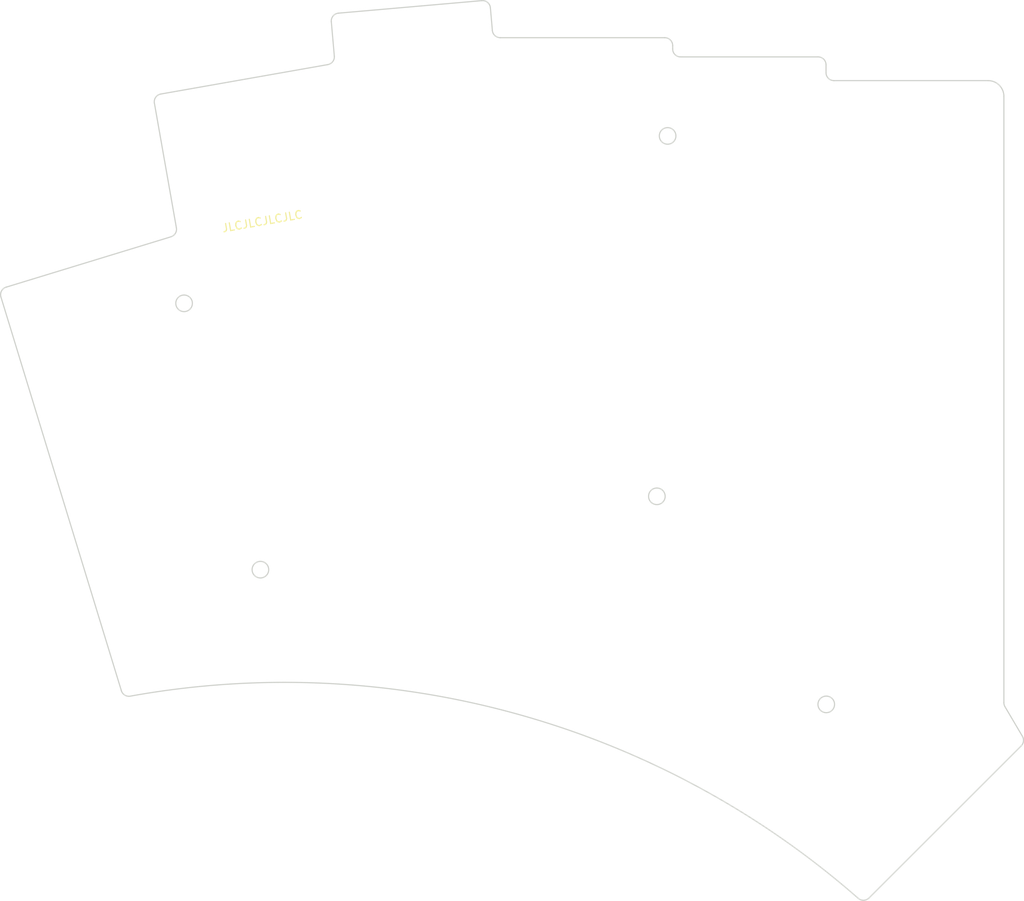
<source format=kicad_pcb>
(kicad_pcb (version 20221018) (generator pcbnew)

  (general
    (thickness 1.6)
  )

  (paper "A3")
  (title_block
    (title "porcupine_bottom_plate")
    (rev "v0.0.1")
    (company "Anarion")
  )

  (layers
    (0 "F.Cu" signal)
    (31 "B.Cu" signal)
    (32 "B.Adhes" user "B.Adhesive")
    (33 "F.Adhes" user "F.Adhesive")
    (34 "B.Paste" user)
    (35 "F.Paste" user)
    (36 "B.SilkS" user "B.Silkscreen")
    (37 "F.SilkS" user "F.Silkscreen")
    (38 "B.Mask" user)
    (39 "F.Mask" user)
    (40 "Dwgs.User" user "User.Drawings")
    (41 "Cmts.User" user "User.Comments")
    (42 "Eco1.User" user "User.Eco1")
    (43 "Eco2.User" user "User.Eco2")
    (44 "Edge.Cuts" user)
    (45 "Margin" user)
    (46 "B.CrtYd" user "B.Courtyard")
    (47 "F.CrtYd" user "F.Courtyard")
    (48 "B.Fab" user)
    (49 "F.Fab" user)
  )

  (setup
    (pad_to_mask_clearance 0.05)
    (pcbplotparams
      (layerselection 0x00010fc_ffffffff)
      (plot_on_all_layers_selection 0x0000000_00000000)
      (disableapertmacros false)
      (usegerberextensions false)
      (usegerberattributes true)
      (usegerberadvancedattributes true)
      (creategerberjobfile true)
      (dashed_line_dash_ratio 12.000000)
      (dashed_line_gap_ratio 3.000000)
      (svgprecision 6)
      (plotframeref false)
      (viasonmask false)
      (mode 1)
      (useauxorigin false)
      (hpglpennumber 1)
      (hpglpenspeed 20)
      (hpglpendiameter 15.000000)
      (dxfpolygonmode true)
      (dxfimperialunits true)
      (dxfusepcbnewfont true)
      (psnegative false)
      (psa4output false)
      (plotreference true)
      (plotvalue true)
      (plotinvisibletext false)
      (sketchpadsonfab false)
      (subtractmaskfromsilk false)
      (outputformat 1)
      (mirror false)
      (drillshape 1)
      (scaleselection 1)
      (outputdirectory "")
    )
  )

  (net 0 "")

  (gr_arc (start 277.411087 85.683517) (mid 278.825303 86.2693) (end 279.411087 87.683517)
    (stroke (width 0.15) (type solid)) (layer "Edge.Cuts") (tstamp 020c2758-5afe-4af8-9927-3e7138da93c7))
  (gr_line (start 171.947177 88.539433) (end 174.730405 104.323902)
    (stroke (width 0.15) (type solid)) (layer "Edge.Cuts") (tstamp 15f04a95-7509-45f4-a492-637635fa575e))
  (gr_line (start 279.411087 164.426232) (end 279.411087 87.683517)
    (stroke (width 0.15) (type solid)) (layer "Edge.Cuts") (tstamp 16eacd66-2301-47f6-9260-35dea5dd5be8))
  (gr_line (start 214.450501 76.468114) (end 214.701526 79.33734)
    (stroke (width 0.15) (type solid)) (layer "Edge.Cuts") (tstamp 1f27ac6f-de59-48c0-8d88-c2ec35977ae4))
  (gr_arc (start 194.327368 78.22866) (mid 194.557514 77.498703) (end 195.236407 77.145309)
    (stroke (width 0.15) (type solid)) (layer "Edge.Cuts") (tstamp 224e9bdf-861e-4cd0-83bb-379f6c6a5e5d))
  (gr_circle (center 235.511087 138.300184) (end 236.561087 138.300184)
    (stroke (width 0.15) (type solid)) (fill none) (layer "Edge.Cuts") (tstamp 24e0eee3-c171-4b07-9725-a65008bf99bd))
  (gr_circle (center 175.703205 113.872065) (end 176.753205 113.872065)
    (stroke (width 0.15) (type solid)) (fill none) (layer "Edge.Cuts") (tstamp 284b7636-6a9d-49df-b02b-58f9933cc514))
  (gr_circle (center 236.871087 92.683517) (end 237.921087 92.683517)
    (stroke (width 0.15) (type solid)) (fill none) (layer "Edge.Cuts") (tstamp 347248bb-eb46-433f-a81f-b667b8d74ca1))
  (gr_arc (start 174.730405 104.323902) (mid 174.598213 105.020021) (end 174.037969 105.453855)
    (stroke (width 0.15) (type solid)) (layer "Edge.Cuts") (tstamp 38751257-87ff-4b61-9d9e-97c25fa8f373))
  (gr_arc (start 171.947177 88.539433) (mid 172.112839 87.792214) (end 172.758337 87.380977)
    (stroke (width 0.15) (type solid)) (layer "Edge.Cuts") (tstamp 48c6cfc4-0d2d-47f9-a3df-600d2ab3f98f))
  (gr_arc (start 238.511087 82.683517) (mid 237.803983 82.39062) (end 237.511087 81.683517)
    (stroke (width 0.15) (type solid)) (layer "Edge.Cuts") (tstamp 5471ee56-d9e0-44cd-911c-5aa132ece92f))
  (gr_arc (start 168.901145 163.594181) (mid 217.865263 165.866922) (end 260.980778 189.184351)
    (stroke (width 0.15) (type solid)) (layer "Edge.Cuts") (tstamp 591de80e-5e41-448e-8358-931f23a9b8ea))
  (gr_line (start 237.511087 81.250184) (end 237.511087 81.683517)
    (stroke (width 0.15) (type solid)) (layer "Edge.Cuts") (tstamp 5b8b23c7-f80d-4a75-b34e-8b17bb31401d))
  (gr_line (start 152.533446 113.074139) (end 167.767477 162.902407)
    (stroke (width 0.15) (type solid)) (layer "Edge.Cuts") (tstamp 5e53a93c-d07b-431d-8577-dbce9c44682f))
  (gr_line (start 281.599492 169.888067) (end 262.347609 189.13995)
    (stroke (width 0.15) (type solid)) (layer "Edge.Cuts") (tstamp 5f8bd1bf-ba41-44bd-ab83-617bdcecc109))
  (gr_arc (start 152.533446 113.074139) (mid 152.606821 112.312307) (end 153.19738 111.825463)
    (stroke (width 0.15) (type solid)) (layer "Edge.Cuts") (tstamp 602ba40d-4da2-4442-a076-6755f3796d92))
  (gr_arc (start 168.901145 163.594181) (mid 168.202896 163.463653) (end 167.767477 162.902407)
    (stroke (width 0.15) (type solid)) (layer "Edge.Cuts") (tstamp 6b843db3-69df-4daf-9e28-98233c916068))
  (gr_circle (center 185.357772 147.585205) (end 186.407772 147.585205)
    (stroke (width 0.15) (type solid)) (fill none) (layer "Edge.Cuts") (tstamp 7ca9130a-4030-48f7-8f70-419ab67746de))
  (gr_line (start 194.708382 82.583665) (end 194.327368 78.22866)
    (stroke (width 0.15) (type solid)) (layer "Edge.Cuts") (tstamp 8051f99c-5139-45a7-9ad7-1c691966c3cb))
  (gr_arc (start 257.911087 85.683517) (mid 257.203983 85.39062) (end 256.911087 84.683517)
    (stroke (width 0.15) (type solid)) (layer "Edge.Cuts") (tstamp 913c527e-9b68-4330-823e-e237b087386e))
  (gr_arc (start 213.36715 75.559075) (mid 214.097099 75.789226) (end 214.450501 76.468114)
    (stroke (width 0.15) (type solid)) (layer "Edge.Cuts") (tstamp a50785a3-047f-4ddf-83d5-4a6162d9608b))
  (gr_line (start 279.549633 164.934067) (end 281.75384 168.673125)
    (stroke (width 0.15) (type solid)) (layer "Edge.Cuts") (tstamp aefc2b7e-bebe-452d-9b5b-25e3fa91fdf4))
  (gr_line (start 238.511087 82.683517) (end 255.911087 82.683517)
    (stroke (width 0.15) (type solid)) (layer "Edge.Cuts") (tstamp b3947e99-8f62-40b5-ae0c-4896dd417e67))
  (gr_line (start 172.758337 87.380977) (end 193.885835 83.655629)
    (stroke (width 0.15) (type solid)) (layer "Edge.Cuts") (tstamp bbaa5d1d-616e-435e-bc90-a9a77b0d7462))
  (gr_arc (start 194.708382 82.583665) (mid 194.505531 83.279567) (end 193.885835 83.655629)
    (stroke (width 0.15) (type solid)) (layer "Edge.Cuts") (tstamp c5ade5dd-63a0-484e-993e-2245469af368))
  (gr_line (start 195.236407 77.145309) (end 213.36715 75.559075)
    (stroke (width 0.15) (type solid)) (layer "Edge.Cuts") (tstamp d25bef3e-2b63-47cc-bcd7-828cd1d38ca7))
  (gr_line (start 215.69772 80.250184) (end 236.511087 80.250184)
    (stroke (width 0.15) (type solid)) (layer "Edge.Cuts") (tstamp db1408ba-40a6-4397-8325-72c826c725ba))
  (gr_line (start 256.911087 84.683517) (end 256.911087 83.683517)
    (stroke (width 0.15) (type solid)) (layer "Edge.Cuts") (tstamp dbcf4ba4-c112-48c6-929c-72f74dc562c8))
  (gr_circle (center 256.938831 164.638111) (end 257.988831 164.638111)
    (stroke (width 0.15) (type solid)) (fill none) (layer "Edge.Cuts") (tstamp de9b1dd5-e9eb-45d2-928a-75e005a58be2))
  (gr_arc (start 215.69772 80.250184) (mid 215.022123 79.987468) (end 214.701526 79.33734)
    (stroke (width 0.15) (type solid)) (layer "Edge.Cuts") (tstamp e0274d40-b4bc-42c2-b8c9-4a4f21faf122))
  (gr_arc (start 236.511087 80.250184) (mid 237.218208 80.543072) (end 237.511087 81.250184)
    (stroke (width 0.15) (type solid)) (layer "Edge.Cuts") (tstamp e06b3f8f-168b-459d-a8d8-4c031da809cd))
  (gr_arc (start 279.549633 164.934067) (mid 279.446339 164.68943) (end 279.411087 164.426232)
    (stroke (width 0.15) (type solid)) (layer "Edge.Cuts") (tstamp e3e9375b-7135-4360-911d-b1cd618fdffa))
  (gr_line (start 153.19738 111.825463) (end 174.037969 105.453855)
    (stroke (width 0.15) (type solid)) (layer "Edge.Cuts") (tstamp e5df6926-e573-487d-b872-1dc5bb4ca1f3))
  (gr_arc (start 262.347609 189.13995) (mid 261.672969 189.432305) (end 260.980778 189.184351)
    (stroke (width 0.15) (type solid)) (layer "Edge.Cuts") (tstamp e609a357-e419-40f7-9cba-d512030392e8))
  (gr_arc (start 255.911087 82.683517) (mid 256.618196 82.976407) (end 256.911087 83.683517)
    (stroke (width 0.15) (type solid)) (layer "Edge.Cuts") (tstamp ea4d751d-ce65-46c3-9208-ceafcdb06359))
  (gr_line (start 277.411087 85.683517) (end 257.911087 85.683517)
    (stroke (width 0.15) (type solid)) (layer "Edge.Cuts") (tstamp eddfc88a-e097-426c-a608-0792923ba27c))
  (gr_arc (start 281.75384 168.673125) (mid 281.884438 169.307) (end 281.599492 169.888067)
    (stroke (width 0.15) (type solid)) (layer "Edge.Cuts") (tstamp f4fb93e2-e8c2-4b03-a063-53e149b5951c))
  (gr_text "JLCJLCJLCJLC" (at 180.431484 104.407216 10) (layer "F.SilkS") (tstamp 678edd40-a1ef-491c-9207-712cfdb1a532)
    (effects (font (size 1 1) (thickness 0.15)) (justify left))
  )

)

</source>
